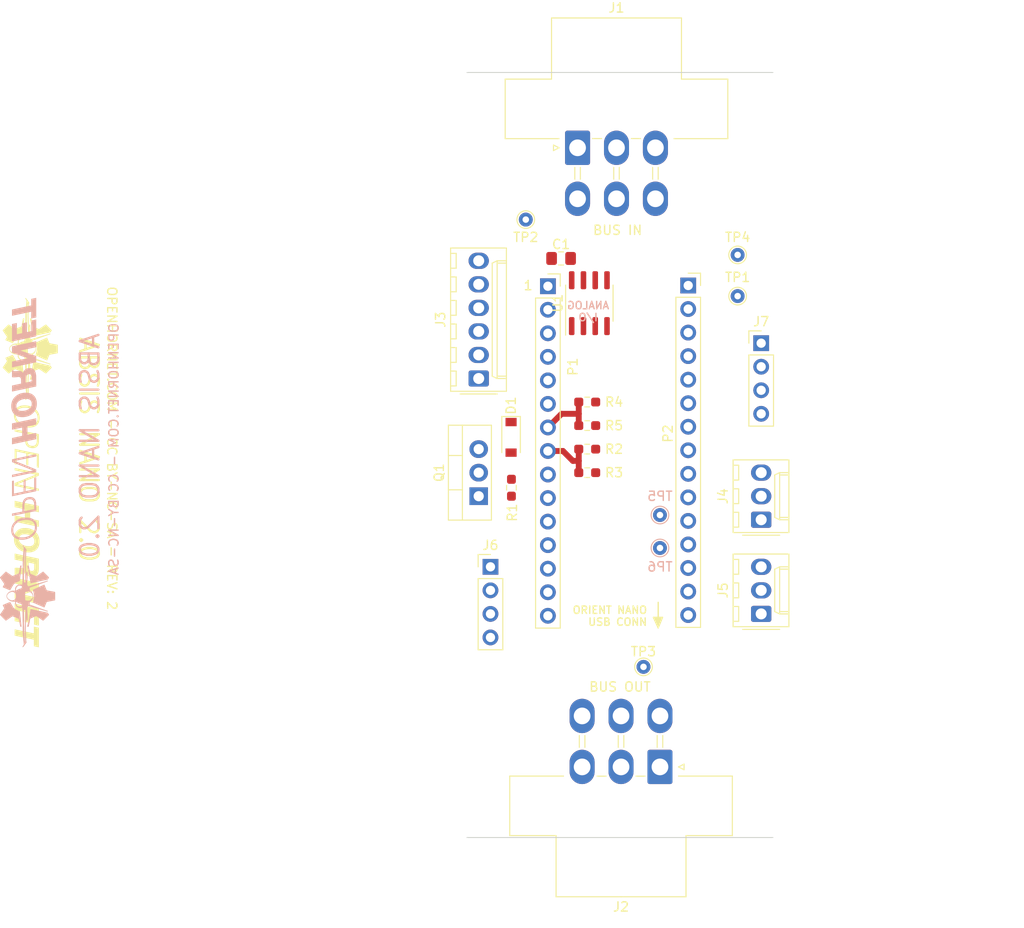
<source format=kicad_pcb>
(kicad_pcb (version 20171130) (host pcbnew "(5.1.9)-1")
  (title_block (title "ABSIS NANO 2.0") (date "jeu. 02 avril 2015") (rev 1) (company OPENHORNET) (comment 1 "CC BY-NC-SA"))
  (layers (0 F.Cu signal) (31 B.Cu signal) (34 B.Paste user) (35 F.Paste user) (36 B.SilkS user) (37 F.SilkS user) (38 B.Mask user) (39 F.Mask user) (44 Edge.Cuts user))
  (net 0 "")
  (net 1 "/1(Tx)")
  (net 2 "/0(Rx)")
  (net 3 GND)
  (net 4 /2)
  (net 5 "/3(**)")
  (net 6 /4)
  (net 7 "/5(**)")
  (net 8 "/6(**)")
  (net 9 /7)
  (net 10 /8)
  (net 11 "/9(**)")
  (net 12 "/10(**/SS)")
  (net 13 +5V)
  (net 14 /A7)
  (net 15 /A6)
  (net 16 /A5)
  (net 17 /A4)
  (net 18 /A3)
  (net 19 /A2)
  (net 20 /A1)
  (net 21 /A0)
  (net 22 /AREF)
  (net 23 "/13(SCK)")
  (net 24 +3V3)
  (net 25 "/11(**/MOSI)")
  (net 26 "/12(MISO)")
  (net 27 /+12V_SUPPLY)
  (net 28 /+5V_SUPPLY)
  (net 29 /+3.3V_SUPPLY)
  (net 30 /BUS-A)
  (net 31 /BUS-B)
  (net 32 "Net-(P1-Pad3)")
  (net 33 "Net-(P2-Pad3)")
  (net 34 /+12V_PWM)
  (module Resistor_SMD:R_0603_1608Metric_Pad0.98x0.95mm_HandSolder (layer F.Cu) (at 143.7875 86.36 180)
    (fp_text reference R5 (at -2.8975 0) (layer F.SilkS))
    (fp_text value 10K)
    (pad 2 smd roundrect (at 0.9125 0 180) (size 0.975 0.95) (layers F.Cu F.Paste F.Mask) (net 6 /4))
    (pad 1 smd roundrect (at -0.9125 0 180) (size 0.975 0.95) (layers F.Cu F.Paste F.Mask) (net 3 GND))
  )
  (module Resistor_SMD:R_0603_1608Metric_Pad0.98x0.95mm_HandSolder (layer F.Cu) (at 143.7875 83.82)
    (fp_text reference R4 (at 2.8975 0) (layer F.SilkS))
    (fp_text value 10K)
    (pad 2 smd roundrect (at 0.9125 0) (size 0.975 0.95) (layers F.Cu F.Paste F.Mask) (net 13 +5V))
    (pad 1 smd roundrect (at -0.9125 0) (size 0.975 0.95) (layers F.Cu F.Paste F.Mask) (net 6 /4))
  )
  (module Resistor_SMD:R_0603_1608Metric_Pad0.98x0.95mm_HandSolder (layer F.Cu) (at 143.7875 91.44 180)
    (fp_text reference R3 (at -2.8975 0) (layer F.SilkS))
    (fp_text value 10K)
    (pad 2 smd roundrect (at 0.9125 0 180) (size 0.975 0.95) (layers F.Cu F.Paste F.Mask) (net 7 "/5(**)"))
    (pad 1 smd roundrect (at -0.9125 0 180) (size 0.975 0.95) (layers F.Cu F.Paste F.Mask) (net 3 GND))
  )
  (module Resistor_SMD:R_0603_1608Metric_Pad0.98x0.95mm_HandSolder (layer F.Cu) (at 143.7875 88.9)
    (fp_text reference R2 (at 2.8975 0) (layer F.SilkS))
    (fp_text value 10K)
    (pad 2 smd roundrect (at 0.9125 0) (size 0.975 0.95) (layers F.Cu F.Paste F.Mask) (net 13 +5V))
    (pad 1 smd roundrect (at -0.9125 0) (size 0.975 0.95) (layers F.Cu F.Paste F.Mask) (net 7 "/5(**)"))
  )
  (module Resistor_SMD:R_0603_1608Metric_Pad0.98x0.95mm_HandSolder (layer F.Cu) (at 135.6125 93.0675 270)
    (fp_text reference R1 (at 2.6905 -0.087 90) (layer F.SilkS))
    (fp_text value 10K)
    (pad 2 smd roundrect (at 0.9125 0 270) (size 0.975 0.95) (layers F.Cu F.Paste F.Mask) (net 8 "/6(**)"))
    (pad 1 smd roundrect (at -0.9125 0 270) (size 0.975 0.95) (layers F.Cu F.Paste F.Mask) (net 3 GND))
  )
  (module Package_TO_SOT_THT:TO-220-3_Vertical (layer F.Cu) (at 132.08 93.98 90)
    (fp_text reference Q1 (at 2.54 -4.27 90) (layer F.SilkS))
    (fp_text value IRFB3206PBF)
    (pad 3 thru_hole oval (at 5.08 0 90) (size 1.905 2) (drill 1.1) (layers *.Cu *.Mask) (net 3 GND))
    (pad 2 thru_hole oval (at 2.54 0 90) (size 1.905 2) (drill 1.1) (layers *.Cu *.Mask) (net 3 GND))
    (pad 1 thru_hole rect (at 0 0 90) (size 1.905 2) (drill 1.1) (layers *.Cu *.Mask) (net 8 "/6(**)"))
  )
  (module Connector_PinHeader_2.54mm:PinHeader_1x04_P2.54mm_Vertical (layer F.Cu) (at 162.56 77.47)
    (fp_text reference J7 (at 0 -2.33) (layer F.SilkS))
    (fp_text value "AMPCD ROT")
    (pad 4 thru_hole oval (at 0 7.62) (size 1.7 1.7) (drill 1) (layers *.Cu *.Mask) (net 3 GND))
    (pad 3 thru_hole oval (at 0 5.08) (size 1.7 1.7) (drill 1) (layers *.Cu *.Mask) (net 14 /A7))
    (pad 2 thru_hole oval (at 0 2.54) (size 1.7 1.7) (drill 1) (layers *.Cu *.Mask) (net 28 /+5V_SUPPLY))
    (pad 1 thru_hole rect (at 0 0) (size 1.7 1.7) (drill 1) (layers *.Cu *.Mask) (net 15 /A6))
  )
  (module Connector_PinHeader_2.54mm:PinHeader_1x04_P2.54mm_Vertical (layer F.Cu) (at 133.35 101.6)
    (fp_text reference J6 (at 0 -2.33) (layer F.SilkS))
    (fp_text value "DDI ROT")
    (pad 4 thru_hole oval (at 0 7.62) (size 1.7 1.7) (drill 1) (layers *.Cu *.Mask) (net 3 GND))
    (pad 3 thru_hole oval (at 0 5.08) (size 1.7 1.7) (drill 1) (layers *.Cu *.Mask) (net 26 "/12(MISO)"))
    (pad 2 thru_hole oval (at 0 2.54) (size 1.7 1.7) (drill 1) (layers *.Cu *.Mask) (net 25 "/11(**/MOSI)"))
    (pad 1 thru_hole rect (at 0 0) (size 1.7 1.7) (drill 1) (layers *.Cu *.Mask) (net 12 "/10(**/SS)"))
  )
  (module Connector_Molex:Molex_KK-254_AE-6410-03A_1x03_P2.54mm_Vertical (layer F.Cu) (at 162.56 106.68 90)
    (fp_text reference J5 (at 2.54 -4.12 90) (layer F.SilkS))
    (fp_text value CONT/HDG)
    (pad 3 thru_hole oval (at 5.08 0 90) (size 1.74 2.19) (drill 1.19) (layers *.Cu *.Mask) (net 18 /A3))
    (pad 2 thru_hole oval (at 2.54 0 90) (size 1.74 2.19) (drill 1.19) (layers *.Cu *.Mask) (net 3 GND))
    (pad 1 thru_hole roundrect (at 0 0 90) (size 1.74 2.19) (drill 1.19) (layers *.Cu *.Mask) (roundrect_rratio 0.143678) (net 19 /A2))
  )
  (module Connector_Molex:Molex_KK-254_AE-6410-03A_1x03_P2.54mm_Vertical (layer F.Cu) (at 162.56 96.52 90)
    (fp_text reference J4 (at 2.54 -4.12 90) (layer F.SilkS))
    (fp_text value BRT/CRS)
    (pad 3 thru_hole oval (at 5.08 0 90) (size 1.74 2.19) (drill 1.19) (layers *.Cu *.Mask) (net 20 /A1))
    (pad 2 thru_hole oval (at 2.54 0 90) (size 1.74 2.19) (drill 1.19) (layers *.Cu *.Mask) (net 3 GND))
    (pad 1 thru_hole roundrect (at 0 0 90) (size 1.74 2.19) (drill 1.19) (layers *.Cu *.Mask) (roundrect_rratio 0.143678) (net 21 /A0))
  )
  (module Connector_Molex:Molex_KK-254_AE-6410-06A_1x06_P2.54mm_Vertical (layer F.Cu) (at 132.08 81.28 90)
    (fp_text reference J3 (at 6.35 -4.12 90) (layer F.SilkS))
    (fp_text value Conn_01x06)
    (pad 6 thru_hole oval (at 12.7 0 90) (size 1.74 2.19) (drill 1.19) (layers *.Cu *.Mask) (net 3 GND))
    (pad 5 thru_hole oval (at 10.16 0 90) (size 1.74 2.19) (drill 1.19) (layers *.Cu *.Mask) (net 5 "/3(**)"))
    (pad 4 thru_hole oval (at 7.62 0 90) (size 1.74 2.19) (drill 1.19) (layers *.Cu *.Mask) (net 16 /A5))
    (pad 3 thru_hole oval (at 5.08 0 90) (size 1.74 2.19) (drill 1.19) (layers *.Cu *.Mask) (net 17 /A4))
    (pad 2 thru_hole oval (at 2.54 0 90) (size 1.74 2.19) (drill 1.19) (layers *.Cu *.Mask) (net 28 /+5V_SUPPLY))
    (pad 1 thru_hole roundrect (at 0 0 90) (size 1.74 2.19) (drill 1.19) (layers *.Cu *.Mask) (roundrect_rratio 0.143678) (net 34 /+12V_PWM))
  )
  (module Diode_SMD:D_SOD-123 (layer F.Cu) (at 135.5725 87.63 270)
    (fp_text reference D1 (at -3.429 0 90) (layer F.SilkS))
    (fp_text value 1N4001W)
    (pad 2 smd rect (at 1.65 0 270) (size 0.9 1.2) (layers F.Cu F.Paste F.Mask) (net 3 GND))
    (pad 1 smd rect (at -1.65 0 270) (size 0.9 1.2) (layers F.Cu F.Paste F.Mask) (net 34 /+12V_PWM))
  )
  (module KiCAD_Libraries:OH_LOGO_37.7mm_5.9mm (layer B.Cu) (at 83.4 91.43 90)
    (fp_text reference G*** hide)
    (fp_text value LOGO hide)
  )
  (module KiCAD_Libraries:OH_LOGO_37.7mm_5.9mm (layer F.Cu) (at 83.69 91.43 270)
    (fp_text reference G*** hide)
    (fp_text value LOGO hide)
  )
  (module Connector_PinSocket_2.54mm:PinSocket_1x15_P2.54mm_Vertical (layer F.Cu) (at 139.5476 71.3232)
    (fp_text reference P1 (at 2.6924 8.6868 270) (layer F.SilkS))
    (fp_text value Digital)
    (pad 15 thru_hole oval (at 0 35.56) (size 1.7 1.7) (drill 1) (layers *.Cu *.Mask) (net 26 "/12(MISO)"))
    (pad 14 thru_hole oval (at 0 33.02) (size 1.7 1.7) (drill 1) (layers *.Cu *.Mask) (net 25 "/11(**/MOSI)"))
    (pad 13 thru_hole oval (at 0 30.48) (size 1.7 1.7) (drill 1) (layers *.Cu *.Mask) (net 12 "/10(**/SS)"))
    (pad 12 thru_hole oval (at 0 27.94) (size 1.7 1.7) (drill 1) (layers *.Cu *.Mask) (net 11 "/9(**)"))
    (pad 11 thru_hole oval (at 0 25.4) (size 1.7 1.7) (drill 1) (layers *.Cu *.Mask) (net 10 /8))
    (pad 10 thru_hole oval (at 0 22.86) (size 1.7 1.7) (drill 1) (layers *.Cu *.Mask) (net 9 /7))
    (pad 9 thru_hole oval (at 0 20.32) (size 1.7 1.7) (drill 1) (layers *.Cu *.Mask) (net 8 "/6(**)"))
    (pad 8 thru_hole oval (at 0 17.78) (size 1.7 1.7) (drill 1) (layers *.Cu *.Mask) (net 7 "/5(**)"))
    (pad 7 thru_hole oval (at 0 15.24) (size 1.7 1.7) (drill 1) (layers *.Cu *.Mask) (net 6 /4))
    (pad 6 thru_hole oval (at 0 12.7) (size 1.7 1.7) (drill 1) (layers *.Cu *.Mask) (net 5 "/3(**)"))
    (pad 5 thru_hole oval (at 0 10.16) (size 1.7 1.7) (drill 1) (layers *.Cu *.Mask) (net 4 /2))
    (pad 4 thru_hole oval (at 0 7.62) (size 1.7 1.7) (drill 1) (layers *.Cu *.Mask) (net 3 GND))
    (pad 3 thru_hole oval (at 0 5.08) (size 1.7 1.7) (drill 1) (layers *.Cu *.Mask) (net 32 "Net-(P1-Pad3)"))
    (pad 2 thru_hole oval (at 0 2.54) (size 1.7 1.7) (drill 1) (layers *.Cu *.Mask) (net 2 "/0(Rx)"))
    (pad 1 thru_hole rect (at 0 0) (size 1.7 1.7) (drill 1) (layers *.Cu *.Mask) (net 1 "/1(Tx)"))
  )
  (module Connector_PinSocket_2.54mm:PinSocket_1x15_P2.54mm_Vertical (layer F.Cu) (at 154.686 71.247)
    (fp_text reference P2 (at -2.1844 15.9766 270) (layer F.SilkS))
    (fp_text value Analog)
    (pad 15 thru_hole oval (at 0 35.56) (size 1.7 1.7) (drill 1) (layers *.Cu *.Mask) (net 23 "/13(SCK)"))
    (pad 14 thru_hole oval (at 0 33.02) (size 1.7 1.7) (drill 1) (layers *.Cu *.Mask) (net 24 +3V3))
    (pad 13 thru_hole oval (at 0 30.48) (size 1.7 1.7) (drill 1) (layers *.Cu *.Mask) (net 22 /AREF))
    (pad 12 thru_hole oval (at 0 27.94) (size 1.7 1.7) (drill 1) (layers *.Cu *.Mask) (net 21 /A0))
    (pad 11 thru_hole oval (at 0 25.4) (size 1.7 1.7) (drill 1) (layers *.Cu *.Mask) (net 20 /A1))
    (pad 10 thru_hole oval (at 0 22.86) (size 1.7 1.7) (drill 1) (layers *.Cu *.Mask) (net 19 /A2))
    (pad 9 thru_hole oval (at 0 20.32) (size 1.7 1.7) (drill 1) (layers *.Cu *.Mask) (net 18 /A3))
    (pad 8 thru_hole oval (at 0 17.78) (size 1.7 1.7) (drill 1) (layers *.Cu *.Mask) (net 17 /A4))
    (pad 7 thru_hole oval (at 0 15.24) (size 1.7 1.7) (drill 1) (layers *.Cu *.Mask) (net 16 /A5))
    (pad 6 thru_hole oval (at 0 12.7) (size 1.7 1.7) (drill 1) (layers *.Cu *.Mask) (net 15 /A6))
    (pad 5 thru_hole oval (at 0 10.16) (size 1.7 1.7) (drill 1) (layers *.Cu *.Mask) (net 14 /A7))
    (pad 4 thru_hole oval (at 0 7.62) (size 1.7 1.7) (drill 1) (layers *.Cu *.Mask) (net 13 +5V))
    (pad 3 thru_hole oval (at 0 5.08) (size 1.7 1.7) (drill 1) (layers *.Cu *.Mask) (net 33 "Net-(P2-Pad3)"))
    (pad 2 thru_hole oval (at 0 2.54) (size 1.7 1.7) (drill 1) (layers *.Cu *.Mask) (net 3 GND))
    (pad 1 thru_hole rect (at 0 0) (size 1.7 1.7) (drill 1) (layers *.Cu *.Mask) (net 27 /+12V_SUPPLY))
  )
  (module MountingHole:MountingHole_3.2mm_M3 (layer F.Cu) (at 160.02 120.142)
    (fp_text reference H4 hide)
    (fp_text value MountingHole_3.2mm_M3)
    (pad 1 np_thru_hole circle (at 0 0) (size 3.2 3.2) (drill 3.2) (layers *.Cu *.Mask))
  )
  (module MountingHole:MountingHole_3.2mm_M3 (layer F.Cu) (at 134.62 120.142)
    (fp_text reference H3 hide)
    (fp_text value MountingHole_3.2mm_M3)
    (pad 1 np_thru_hole circle (at 0 0) (size 3.2 3.2) (drill 3.2) (layers *.Cu *.Mask))
  )
  (module MountingHole:MountingHole_3.2mm_M3 (layer F.Cu) (at 134.62 59.436)
    (fp_text reference H1 hide)
    (fp_text value MountingHole_3.2mm_M3)
    (pad 1 np_thru_hole circle (at 0 0) (size 3.2 3.2) (drill 3.2) (layers *.Cu *.Mask))
  )
  (module MountingHole:MountingHole_3.2mm_M3 (layer F.Cu) (at 160.02 59.436)
    (fp_text reference H2 hide)
    (fp_text value MountingHole_3.2mm_M3)
    (pad 1 np_thru_hole circle (at 0 0) (size 3.2 3.2) (drill 3.2) (layers *.Cu *.Mask))
  )
  (module Capacitor_SMD:C_0805_2012Metric_Pad1.15x1.40mm_HandSolder (layer F.Cu) (at 140.97 68.326 180)
    (fp_text reference C1 (at 0 1.524) (layer F.SilkS))
    (fp_text value 0.1uF)
    (pad 1 smd roundrect (at -1.025 0 180) (size 1.15 1.4) (layers F.Cu F.Paste F.Mask) (roundrect_rratio 0.217391) (net 13 +5V))
    (pad 2 smd roundrect (at 1.025 0 180) (size 1.15 1.4) (layers F.Cu F.Paste F.Mask) (roundrect_rratio 0.217391) (net 3 GND))
  )
  (module TestPoint:TestPoint_THTPad_D1.5mm_Drill0.7mm (layer F.Cu) (at 160.02 72.39)
    (fp_text reference TP1 (at 0 -2.032 180) (layer F.SilkS))
    (fp_text value TP-12)
    (pad 1 thru_hole circle (at 0 0) (size 1.5 1.5) (drill 0.7) (layers *.Cu *.Mask) (net 34 /+12V_PWM))
  )
  (module TestPoint:TestPoint_THTPad_D1.5mm_Drill0.7mm (layer F.Cu) (at 137.16 64.135)
    (fp_text reference TP2 (at 0 1.905 180) (layer F.SilkS))
    (fp_text value TP-5V)
    (pad 1 thru_hole circle (at 0 0) (size 1.5 1.5) (drill 0.7) (layers *.Cu *.Mask) (net 28 /+5V_SUPPLY))
  )
  (module TestPoint:TestPoint_THTPad_D1.5mm_Drill0.7mm (layer F.Cu) (at 149.86 112.395)
    (fp_text reference TP3 (at 0 -1.648) (layer F.SilkS))
    (fp_text value TP-3.3V)
    (pad 1 thru_hole circle (at 0 0) (size 1.5 1.5) (drill 0.7) (layers *.Cu *.Mask) (net 29 /+3.3V_SUPPLY))
  )
  (module TestPoint:TestPoint_THTPad_D1.5mm_Drill0.7mm (layer F.Cu) (at 160.02 67.945)
    (fp_text reference TP4 (at 0 -1.905) (layer F.SilkS))
    (fp_text value TP-GND)
    (pad 1 thru_hole circle (at 0 0) (size 1.5 1.5) (drill 0.7) (layers *.Cu *.Mask) (net 3 GND))
  )
  (module TestPoint:TestPoint_THTPad_D1.5mm_Drill0.7mm (layer B.Cu) (at 151.638 96.012)
    (fp_text reference TP5 (at 0 -2.032) (layer B.SilkS) (effects (justify mirror)))
    (fp_text value TP-A)
    (pad 1 thru_hole circle (at 0 0) (size 1.5 1.5) (drill 0.7) (layers *.Cu *.Mask) (net 30 /BUS-A))
  )
  (module TestPoint:TestPoint_THTPad_D1.5mm_Drill0.7mm (layer B.Cu) (at 151.638 99.568)
    (fp_text reference TP6 (at 0 2.032) (layer B.SilkS) (effects (justify mirror)))
    (fp_text value TP-B)
    (pad 1 thru_hole circle (at 0 0) (size 1.5 1.5) (drill 0.7) (layers *.Cu *.Mask) (net 31 /BUS-B))
  )
  (module Package_SO:SOIC-8_3.9x4.9mm_P1.27mm (layer F.Cu) (at 144.018 73.152 90)
    (fp_text reference U1 (at 0 -3.4 90) (layer F.SilkS))
    (fp_text value MAX487EESA+T)
    (pad 1 smd roundrect (at -2.475 -1.905 90) (size 1.95 0.6) (layers F.Cu F.Paste F.Mask) (net 2 "/0(Rx)"))
    (pad 2 smd roundrect (at -2.475 -0.635 90) (size 1.95 0.6) (layers F.Cu F.Paste F.Mask) (net 5 "/3(**)"))
    (pad 3 smd roundrect (at -2.475 0.635 90) (size 1.95 0.6) (layers F.Cu F.Paste F.Mask) (net 5 "/3(**)"))
    (pad 4 smd roundrect (at -2.475 1.905 90) (size 1.95 0.6) (layers F.Cu F.Paste F.Mask) (net 1 "/1(Tx)"))
    (pad 5 smd roundrect (at 2.475 1.905 90) (size 1.95 0.6) (layers F.Cu F.Paste F.Mask) (net 3 GND))
    (pad 6 smd roundrect (at 2.475 0.635 90) (size 1.95 0.6) (layers F.Cu F.Paste F.Mask) (net 30 /BUS-A))
    (pad 7 smd roundrect (at 2.475 -0.635 90) (size 1.95 0.6) (layers F.Cu F.Paste F.Mask) (net 31 /BUS-B))
    (pad 8 smd roundrect (at 2.475 -1.905 90) (size 1.95 0.6) (layers F.Cu F.Paste F.Mask) (net 13 +5V))
  )
  (module Connector_Molex:Molex_Mini-Fit_Jr_5569-06A1_2x03_P4.20mm_Horizontal (layer F.Cu) (at 142.748 56.388)
    (fp_text reference J1 (at 4.2 -15.1) (layer F.SilkS))
    (fp_text value "BUS IN")
    (pad 1 thru_hole roundrect (at 0 0) (size 2.7 3.7) (drill 1.8) (layers *.Cu *.Mask) (roundrect_rratio 0.09259299999999999) (net 34 /+12V_PWM))
    (pad 2 thru_hole oval (at 4.2 0) (size 2.7 3.7) (drill 1.8) (layers *.Cu *.Mask) (net 28 /+5V_SUPPLY))
    (pad 3 thru_hole oval (at 8.4 0) (size 2.7 3.7) (drill 1.8) (layers *.Cu *.Mask) (net 29 /+3.3V_SUPPLY))
    (pad 4 thru_hole oval (at 0 5.5) (size 2.7 3.7) (drill 1.8) (layers *.Cu *.Mask) (net 30 /BUS-A))
    (pad 5 thru_hole oval (at 4.2 5.5) (size 2.7 3.7) (drill 1.8) (layers *.Cu *.Mask) (net 31 /BUS-B))
    (pad 6 thru_hole oval (at 8.4 5.5) (size 2.7 3.7) (drill 1.8) (layers *.Cu *.Mask) (net 3 GND))
    (pad "" np_thru_hole circle (at -4.5 -4.2) (size 3.2 3.2) (drill 3.2) (layers *.Cu *.Mask))
    (pad "" np_thru_hole circle (at 12.9 -4.2) (size 3.2 3.2) (drill 3.2) (layers *.Cu *.Mask))
  )
  (module Connector_Molex:Molex_Mini-Fit_Jr_5569-06A1_2x03_P4.20mm_Horizontal (layer F.Cu) (at 151.638 123.19 180)
    (fp_text reference J2 (at 4.2 -15.1) (layer F.SilkS))
    (fp_text value "BUS OUT")
    (pad 1 thru_hole roundrect (at 0 0 180) (size 2.7 3.7) (drill 1.8) (layers *.Cu *.Mask) (roundrect_rratio 0.09259299999999999) (net 34 /+12V_PWM))
    (pad 2 thru_hole oval (at 4.2 0 180) (size 2.7 3.7) (drill 1.8) (layers *.Cu *.Mask) (net 28 /+5V_SUPPLY))
    (pad 3 thru_hole oval (at 8.4 0 180) (size 2.7 3.7) (drill 1.8) (layers *.Cu *.Mask) (net 29 /+3.3V_SUPPLY))
    (pad 4 thru_hole oval (at 0 5.5 180) (size 2.7 3.7) (drill 1.8) (layers *.Cu *.Mask) (net 30 /BUS-A))
    (pad 5 thru_hole oval (at 4.2 5.5 180) (size 2.7 3.7) (drill 1.8) (layers *.Cu *.Mask) (net 31 /BUS-B))
    (pad 6 thru_hole oval (at 8.4 5.5 180) (size 2.7 3.7) (drill 1.8) (layers *.Cu *.Mask) (net 3 GND))
    (pad "" np_thru_hole circle (at -4.5 -4.2 180) (size 3.2 3.2) (drill 3.2) (layers *.Cu *.Mask))
    (pad "" np_thru_hole circle (at 12.9 -4.2 180) (size 3.2 3.2) (drill 3.2) (layers *.Cu *.Mask))
  )
  (gr_line (start 163.83 48.26) (end 130.81 48.26) (layer Edge.Cuts) (width 0.1))
  (gr_line (start 130.81 130.81) (end 163.83 130.81) (layer Edge.Cuts) (width 0.1))
  (gr_text "BUS OUT" (at 147.32 114.554) (layer F.SilkS) (effects (font (size 1 1))))
  (gr_text "BUS IN" (at 147.066 65.278) (layer F.SilkS) (effects (font (size 1 1))))
  (gr_poly (pts (xy 151.0411 107.1118) (xy 151.8031 107.1118) (xy 151.4475 107.9754) (xy 151.4475 107.9246)) (layer F.SilkS) (width 0.1))
  (gr_line (start 150.9395 107.061) (end 151.4475 108.1786) (layer F.SilkS) (width 0.15))
  (gr_line (start 151.9047 107.061) (end 150.9395 107.061) (layer F.SilkS) (width 0.15))
  (gr_line (start 151.4475 108.1786) (end 151.9047 107.061) (layer F.SilkS) (width 0.15))
  (gr_line (start 151.4475 105.4354) (end 151.4475 108.1786) (layer F.SilkS) (width 0.15))
  (gr_text "ORIENT NANO\nUSB CONN" (at 150.3299 106.9086) (layer F.SilkS) (effects (font (size 0.8 0.8)) (justify right)))
  (gr_text "OPENHORNET.COM - CC BY-NC-SA" (at 92.71 88.9 90) (layer B.SilkS) (effects (font (size 1 1)) (justify mirror)))
  (gr_text "ABSIS NANO 2.0" (at 90.13 88.53 90) (layer B.SilkS) (effects (font (size 2 2) (thickness 0.25)) (justify mirror)))
  (gr_text "OPENHORNET.COM - CC BY-NC-SA - REV: 2" (at 92.5 88.81 270) (layer F.SilkS) (effects (font (size 1 1))))
  (gr_text "ABSIS NANO 2.0" (at 90 88.95 270) (layer F.SilkS) (effects (font (size 2 2) (thickness 0.25))))
  (gr_text "ANALOG\nI/O" (at 143.891 74.041) (layer B.SilkS) (effects (font (size 0.8 0.8)) (justify mirror)))
  (gr_text 1 (at 137.414 71.247) (layer F.SilkS) (effects (font (size 1 1))))
  (segment (start 139.5476 86.5632) (end 141.0208 85.09) (width 0.635) (layer F.Cu) (net 6))
  (segment (start 141.0208 85.09) (end 142.875 85.09) (width 0.635) (layer F.Cu) (net 6))
  (segment (start 142.875 85.09) (end 142.875 83.82) (width 0.635) (layer F.Cu) (net 6))
  (segment (start 142.875 85.09) (end 142.875 86.36) (width 0.635) (layer F.Cu) (net 6))
  (segment (start 139.5476 89.1032) (end 141.1732 89.1032) (width 0.635) (layer F.Cu) (net 7))
  (segment (start 141.1732 89.1032) (end 142.24 90.17) (width 0.635) (layer F.Cu) (net 7))
  (segment (start 142.24 90.17) (end 142.875 90.17) (width 0.635) (layer F.Cu) (net 7))
  (segment (start 142.875 90.17) (end 142.875 88.9) (width 0.635) (layer F.Cu) (net 7))
  (segment (start 142.875 90.17) (end 142.875 91.44) (width 0.635) (layer F.Cu) (net 7))
)
</source>
